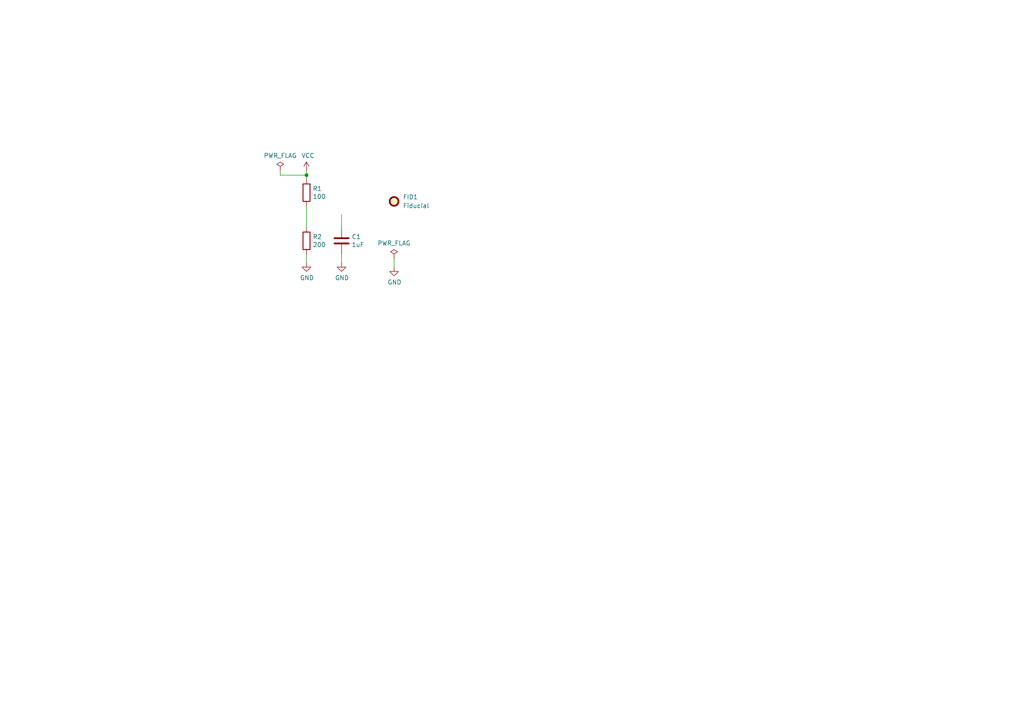
<source format=kicad_sch>
(kicad_sch (version 20211123) (generator eeschema)
  (paper "A4")
  (title_block (title "BoM Test") (date "13/07/2020") (rev "r1") (company "INTI-CMNB"))
  (lib_symbols
    (symbol "Device:C" (pin_numbers hide) (pin_names (offset 0.254))
      (property "Reference" "C" (at 0.635 2.54 0))
      (property "Value" "C" (at 0.635 -2.54 0))
      (symbol "C_0_1"
        (polyline (pts (xy -2.032 -0.762) (xy 2.032 -0.762)) (stroke (width 0.508)))
        (polyline (pts (xy -2.032 0.762) (xy 2.032 0.762)) (stroke (width 0.508)))
      )
      (symbol "C_1_1"
        (pin passive line (at 0 3.81 270) (length 2.794) (name "~") (number "1"))
        (pin passive line (at 0 -3.81 90) (length 2.794) (name "~") (number "2"))
      )
    )
    (symbol "Device:R" (pin_numbers hide) (pin_names (offset 0))
      (property "Reference" "R" (at 2.032 0 90))
      (property "Value" "R" (at 0 0 90))
      (symbol "R_0_1"
        (rectangle (start -1.016 -2.54) (end 1.016 2.54) (stroke (width 0.254)))
      )
      (symbol "R_1_1"
        (pin passive line (at 0 3.81 270) (length 1.27) (name "~") (number "1"))
        (pin passive line (at 0 -3.81 90) (length 1.27) (name "~") (number "2"))
      )
    )
    (symbol "Mechanical:Fiducial"
      (property "Reference" "FID" (at 0 5.08 0))
      (property "Value" "Fiducial" (at 0 3.175 0))
      (symbol "Fiducial_0_1"
        (circle (center 0 0) (radius 1.27) (stroke (width 0.508)) (fill (type background)))
      )
    )
    (symbol "power:GND" (power) (pin_names (offset 0))
      (property "Value" "GND" (at 0 -3.81 0))
      (symbol "GND_0_1"
        (polyline (pts (xy 0 0) (xy 0 -1.27) (xy 1.27 -1.27) (xy 0 -2.54) (xy -1.27 -1.27) (xy 0 -1.27)))
      )
      (symbol "GND_1_1"
        (pin power_in line (at 0 0 270) (length 0) hide (name "GND") (number "1"))
      )
    )
    (symbol "power:PWR_FLAG" (power) (pin_numbers hide) (pin_names (offset 0) hide)
      (property "Value" "PWR_FLAG" (at 0 3.81 0))
      (symbol "PWR_FLAG_0_0"
        (pin power_out line (at 0 0 90) (length 0) (name "pwr") (number "1"))
      )
      (symbol "PWR_FLAG_0_1"
        (polyline (pts (xy 0 0) (xy 0 1.27) (xy -1.016 1.905) (xy 0 2.54) (xy 1.016 1.905) (xy 0 1.27)))
      )
    )
    (symbol "power:VCC" (power) (pin_names (offset 0))
      (property "Value" "VCC" (at 0 3.81 0))
      (symbol "VCC_0_1"
        (polyline (pts (xy -0.762 1.27) (xy 0 2.54)))
        (polyline (pts (xy 0 0) (xy 0 2.54)))
        (polyline (pts (xy 0 2.54) (xy 0.762 1.27)))
      )
      (symbol "VCC_1_1"
        (pin power_in line (at 0 0 90) (length 0) hide (name "VCC") (number "1"))
      )
    )
  )
  (junction (at 88.9 50.8))
  (wire (pts (xy 114.3 74.93) (xy 114.3 77.47)))
  (wire (pts (xy 81.28 49.53) (xy 81.28 50.8)))
  (wire (pts (xy 88.9 52.07) (xy 88.9 50.8)))
  (wire (pts (xy 88.9 59.69) (xy 88.9 66.04)))
  (wire (pts (xy 88.9 76.2) (xy 88.9 73.66)))
  (wire (pts (xy 99.06 76.2) (xy 99.06 73.66)))
  (wire (pts (xy 88.9 50.8) (xy 88.9 49.53)))
  (wire (pts (xy 81.28 50.8) (xy 88.9 50.8)))
  (wire (pts (xy 99.06 66.04) (xy 99.06 62.23)))
  (symbol (lib_id "Device:R") (at 88.9 55.88 0) (unit 1)
    (property "Reference" "R1" (at 90.678 54.7116 0) (effects (justify left)))
    (property "Value" "100" (at 90.678 57.023 0) (effects (justify left)))
    (property "Footprint" "Resistor_SMD:R_0805_2012Metric" (effects hide))
  )
  (symbol (lib_id "Device:R") (at 88.9 69.85 0) (unit 1)
    (property "Reference" "R2" (at 90.678 68.6816 0) (effects (justify left)))
    (property "Value" "200" (at 90.678 70.993 0) (effects (justify left)))
    (property "Footprint" "Resistor_SMD:R_0805_2012Metric" (effects hide))
  )
  (symbol (lib_id "Device:C") (at 99.06 69.85 0) (unit 1)
    (property "Reference" "C1" (at 101.981 68.6816 0) (effects (justify left)))
    (property "Value" "1uF" (at 101.981 70.993 0) (effects (justify left)))
    (property "Footprint" "Capacitor_SMD:C_0603_1608Metric" (effects hide))
  )
  (symbol (lib_id "power:GND") (at 99.06 76.2 0) (unit 1)
    (property "Reference" "#PWR03" (effects hide))
    (property "Value" "GND" (at 99.187 80.5942 0))
  )
  (symbol (lib_id "power:GND") (at 88.9 76.2 0) (unit 1)
    (property "Reference" "#PWR02" (effects hide))
    (property "Value" "GND" (at 89.027 80.5942 0))
  )
  (symbol (lib_id "power:VCC") (at 88.9 49.53 0) (unit 1)
    (property "Reference" "#PWR01" (effects hide))
    (property "Value" "VCC" (at 89.3318 45.1358 0))
  )
  (symbol (lib_id "power:GND") (at 114.3 77.47 0) (unit 1)
    (property "Reference" "#PWR0101" (effects hide))
    (property "Value" "GND" (at 114.427 81.8642 0))
  )
  (symbol (lib_id "power:PWR_FLAG") (at 114.3 74.93 0) (unit 1)
    (property "Reference" "#FLG0101" (effects hide))
    (property "Value" "PWR_FLAG" (at 114.3 70.5358 0))
  )
  (symbol (lib_id "power:PWR_FLAG") (at 81.28 49.53 0) (unit 1)
    (property "Reference" "#FLG0102" (effects hide))
    (property "Value" "PWR_FLAG" (at 81.28 45.1358 0))
  )
  (symbol (lib_id "Mechanical:Fiducial") (at 114.3 58.42 0) (unit 1)
    (property "Reference" "FID1" (at 116.84 57.1499 0) (effects (justify left)))
    (property "Value" "Fiducial" (at 116.84 59.6899 0) (effects (justify left)))
  )
)
</source>
